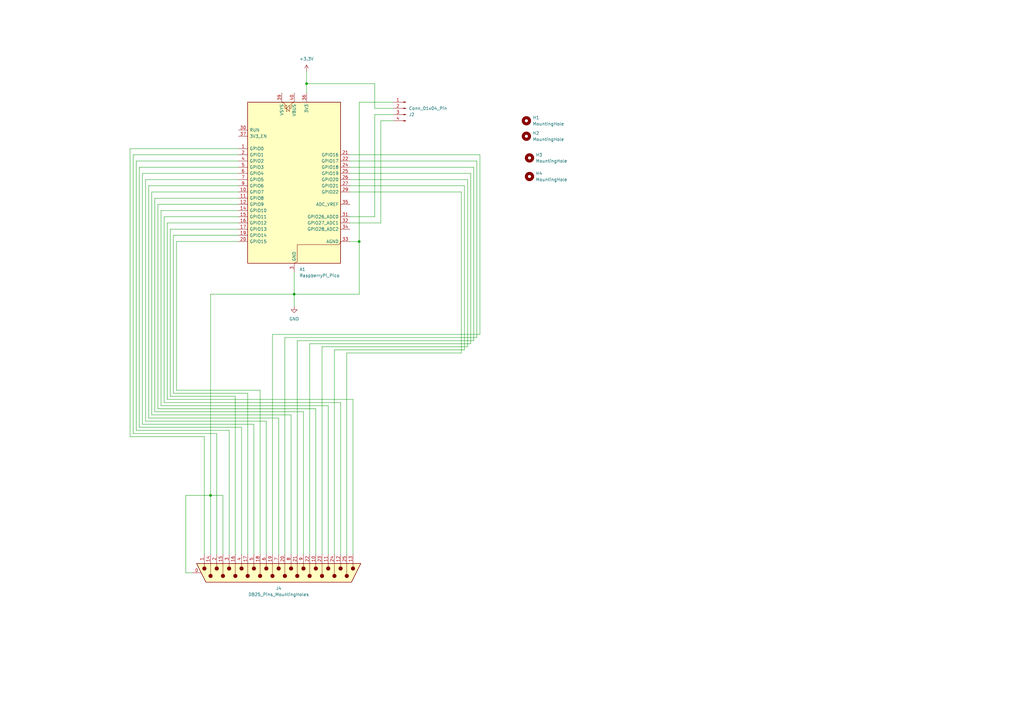
<source format=kicad_sch>
(kicad_sch (version 20250114) (generator "eeschema") (generator_version "9.0")
  (paper "A3")
  (lib_symbols
    (symbol "Connector:Conn_01x04_Pin" (pin_names (offset 1.016) (hide yes))
      (property "Reference" "J" (at 0 5.08 0))
      (property "Value" "Conn_01x04_Pin" (at 0 -7.62 0))
      (symbol "Conn_01x04_Pin_1_1"
        (rectangle (start 0.8636 2.667) (end 0 2.413) (stroke (width 0.1524)) (fill (type outline)))
        (rectangle (start 0.8636 0.127) (end 0 -0.127) (stroke (width 0.1524)) (fill (type outline)))
        (rectangle (start 0.8636 -2.413) (end 0 -2.667) (stroke (width 0.1524)) (fill (type outline)))
        (rectangle (start 0.8636 -4.953) (end 0 -5.207) (stroke (width 0.1524)) (fill (type outline)))
        (polyline (pts (xy 1.27 2.54) (xy 0.8636 2.54)) (stroke (width 0.1524)))
        (polyline (pts (xy 1.27 0) (xy 0.8636 0)) (stroke (width 0.1524)))
        (polyline (pts (xy 1.27 -2.54) (xy 0.8636 -2.54)) (stroke (width 0.1524)))
        (polyline (pts (xy 1.27 -5.08) (xy 0.8636 -5.08)) (stroke (width 0.1524)))
        (pin passive line (at 5.08 2.54 180) (length 3.81) (name "Pin_1") (number "1"))
        (pin passive line (at 5.08 0 180) (length 3.81) (name "Pin_2") (number "2"))
        (pin passive line (at 5.08 -2.54 180) (length 3.81) (name "Pin_3") (number "3"))
        (pin passive line (at 5.08 -5.08 180) (length 3.81) (name "Pin_4") (number "4"))
      )
    )
    (symbol "Connector:DB25_Pins_MountingHoles" (pin_names (offset 1.016) (hide yes))
      (property "Reference" "J" (at 0 36.83 0))
      (property "Value" "DB25_Pins_MountingHoles" (at 0 34.925 0))
      (symbol "DB25_Pins_MountingHoles_0_1"
        (polyline (pts (xy -3.81 30.48) (xy -2.54 30.48)))
        (polyline (pts (xy -3.81 27.94) (xy 0.508 27.94)))
        (polyline (pts (xy -3.81 25.4) (xy -2.54 25.4)))
        (polyline (pts (xy -3.81 22.86) (xy 0.508 22.86)))
        (polyline (pts (xy -3.81 20.32) (xy -2.54 20.32)))
        (polyline (pts (xy -3.81 17.78) (xy 0.508 17.78)))
        (polyline (pts (xy -3.81 15.24) (xy -2.54 15.24)))
        (polyline (pts (xy -3.81 12.7) (xy 0.508 12.7)))
        (polyline (pts (xy -3.81 10.16) (xy -2.54 10.16)))
        (polyline (pts (xy -3.81 7.62) (xy 0.508 7.62)))
        (polyline (pts (xy -3.81 5.08) (xy -2.54 5.08)))
        (polyline (pts (xy -3.81 2.54) (xy 0.508 2.54)))
        (polyline (pts (xy -3.81 0) (xy -2.54 0)))
        (polyline (pts (xy -3.81 -2.54) (xy 0.508 -2.54)))
        (polyline (pts (xy -3.81 -5.08) (xy -2.54 -5.08)))
        (polyline (pts (xy -3.81 -7.62) (xy 0.508 -7.62)))
        (polyline (pts (xy -3.81 -10.16) (xy -2.54 -10.16)))
        (polyline (pts (xy -3.81 -12.7) (xy 0.508 -12.7)))
        (polyline (pts (xy -3.81 -15.24) (xy -2.54 -15.24)))
        (polyline (pts (xy -3.81 -17.78) (xy 0.508 -17.78)))
        (polyline (pts (xy -3.81 -20.32) (xy -2.54 -20.32)))
        (polyline (pts (xy -3.81 -22.86) (xy 0.508 -22.86)))
        (polyline (pts (xy -3.81 -25.4) (xy -2.54 -25.4)))
        (polyline (pts (xy -3.81 -27.94) (xy 0.508 -27.94)))
        (polyline (pts (xy -3.81 -30.48) (xy -2.54 -30.48)))
        (polyline (pts (xy -3.81 -33.655) (xy 3.81 -29.845) (xy 3.81 29.845) (xy -3.81 33.655) (xy -3.81 -33.655)) (stroke (width 0.254)) (fill (type background)))
        (circle (center -1.778 30.48) (radius 0.762) (fill (type outline)))
        (circle (center -1.778 25.4) (radius 0.762) (fill (type outline)))
        (circle (center -1.778 20.32) (radius 0.762) (fill (type outline)))
        (circle (center -1.778 15.24) (radius 0.762) (fill (type outline)))
        (circle (center -1.778 10.16) (radius 0.762) (fill (type outline)))
        (circle (center -1.778 5.08) (radius 0.762) (fill (type outline)))
        (circle (center -1.778 0) (radius 0.762) (fill (type outline)))
        (circle (center -1.778 -5.08) (radius 0.762) (fill (type outline)))
        (circle (center -1.778 -10.16) (radius 0.762) (fill (type outline)))
        (circle (center -1.778 -15.24) (radius 0.762) (fill (type outline)))
        (circle (center -1.778 -20.32) (radius 0.762) (fill (type outline)))
        (circle (center -1.778 -25.4) (radius 0.762) (fill (type outline)))
        (circle (center -1.778 -30.48) (radius 0.762) (fill (type outline)))
        (circle (center 1.27 27.94) (radius 0.762) (fill (type outline)))
        (circle (center 1.27 22.86) (radius 0.762) (fill (type outline)))
        (circle (center 1.27 17.78) (radius 0.762) (fill (type outline)))
        (circle (center 1.27 12.7) (radius 0.762) (fill (type outline)))
        (circle (center 1.27 7.62) (radius 0.762) (fill (type outline)))
        (circle (center 1.27 2.54) (radius 0.762) (fill (type outline)))
        (circle (center 1.27 -2.54) (radius 0.762) (fill (type outline)))
        (circle (center 1.27 -7.62) (radius 0.762) (fill (type outline)))
        (circle (center 1.27 -12.7) (radius 0.762) (fill (type outline)))
        (circle (center 1.27 -17.78) (radius 0.762) (fill (type outline)))
        (circle (center 1.27 -22.86) (radius 0.762) (fill (type outline)))
        (circle (center 1.27 -27.94) (radius 0.762) (fill (type outline)))
      )
      (symbol "DB25_Pins_MountingHoles_1_1"
        (pin passive line (at -7.62 30.48 0) (length 3.81) (name "13") (number "13"))
        (pin passive line (at -7.62 27.94 0) (length 3.81) (name "P25") (number "25"))
        (pin passive line (at -7.62 25.4 0) (length 3.81) (name "12") (number "12"))
        (pin passive line (at -7.62 22.86 0) (length 3.81) (name "P24") (number "24"))
        (pin passive line (at -7.62 20.32 0) (length 3.81) (name "11") (number "11"))
        (pin passive line (at -7.62 17.78 0) (length 3.81) (name "P23") (number "23"))
        (pin passive line (at -7.62 15.24 0) (length 3.81) (name "10") (number "10"))
        (pin passive line (at -7.62 12.7 0) (length 3.81) (name "P22") (number "22"))
        (pin passive line (at -7.62 10.16 0) (length 3.81) (name "9") (number "9"))
        (pin passive line (at -7.62 7.62 0) (length 3.81) (name "P21") (number "21"))
        (pin passive line (at -7.62 5.08 0) (length 3.81) (name "8") (number "8"))
        (pin passive line (at -7.62 2.54 0) (length 3.81) (name "P20") (number "20"))
        (pin passive line (at -7.62 0 0) (length 3.81) (name "7") (number "7"))
        (pin passive line (at -7.62 -2.54 0) (length 3.81) (name "P19") (number "19"))
        (pin passive line (at -7.62 -5.08 0) (length 3.81) (name "6") (number "6"))
        (pin passive line (at -7.62 -7.62 0) (length 3.81) (name "P18") (number "18"))
        (pin passive line (at -7.62 -10.16 0) (length 3.81) (name "5") (number "5"))
        (pin passive line (at -7.62 -12.7 0) (length 3.81) (name "P17") (number "17"))
        (pin passive line (at -7.62 -15.24 0) (length 3.81) (name "4") (number "4"))
        (pin passive line (at -7.62 -17.78 0) (length 3.81) (name "P16") (number "16"))
        (pin passive line (at -7.62 -20.32 0) (length 3.81) (name "3") (number "3"))
        (pin passive line (at -7.62 -22.86 0) (length 3.81) (name "P15") (number "15"))
        (pin passive line (at -7.62 -25.4 0) (length 3.81) (name "2") (number "2"))
        (pin passive line (at -7.62 -27.94 0) (length 3.81) (name "P14") (number "14"))
        (pin passive line (at -7.62 -30.48 0) (length 3.81) (name "1") (number "1"))
        (pin passive line (at 0 -35.56 90) (length 3.81) (name "PAD") (number "0"))
      )
    )
    (symbol "MCU_Module:RaspberryPi_Pico" (pin_names (offset 0.762))
      (property "Reference" "A" (at -19.05 35.56 0))
      (property "Value" "RaspberryPi_Pico" (at 7.62 35.56 0))
      (symbol "RaspberryPi_Pico_0_1"
        (rectangle (start -19.05 34.29) (end 19.05 -31.75) (stroke (width 0.254)) (fill (type background)))
        (polyline (pts (xy -5.08 34.29) (xy -3.81 33.655) (xy -3.81 31.75) (xy -3.175 31.75)))
        (polyline (pts (xy -3.429 32.766) (xy -3.429 33.02) (xy -3.175 33.02) (xy -3.175 30.48) (xy -2.921 30.48) (xy -2.921 30.734)))
        (polyline (pts (xy -3.175 31.75) (xy -1.905 33.02) (xy -1.905 30.48) (xy -3.175 31.75)))
        (polyline (pts (xy 0 34.29) (xy -1.27 33.655) (xy -1.27 31.75) (xy -1.905 31.75)))
        (polyline (pts (xy 0 -31.75) (xy 1.27 -31.115) (xy 1.27 -24.13) (xy 18.415 -24.13) (xy 19.05 -22.86)))
      )
      (symbol "RaspberryPi_Pico_1_1"
        (pin passive line (at -22.86 22.86 0) (length 3.81) (name "RUN") (number "30"))
        (pin passive line (at -22.86 20.32 0) (length 3.81) (name "3V3_EN") (number "37"))
        (pin bidirectional line (at -22.86 15.24 0) (length 3.81) (name "GPIO0") (number "1"))
        (pin bidirectional line (at -22.86 12.7 0) (length 3.81) (name "GPIO1") (number "2"))
        (pin bidirectional line (at -22.86 10.16 0) (length 3.81) (name "GPIO2") (number "4"))
        (pin bidirectional line (at -22.86 7.62 0) (length 3.81) (name "GPIO3") (number "5"))
        (pin bidirectional line (at -22.86 5.08 0) (length 3.81) (name "GPIO4") (number "6"))
        (pin bidirectional line (at -22.86 2.54 0) (length 3.81) (name "GPIO5") (number "7"))
        (pin bidirectional line (at -22.86 0 0) (length 3.81) (name "GPIO6") (number "9"))
        (pin bidirectional line (at -22.86 -2.54 0) (length 3.81) (name "GPIO7") (number "10"))
        (pin bidirectional line (at -22.86 -5.08 0) (length 3.81) (name "GPIO8") (number "11"))
        (pin bidirectional line (at -22.86 -7.62 0) (length 3.81) (name "GPIO9") (number "12"))
        (pin bidirectional line (at -22.86 -10.16 0) (length 3.81) (name "GPIO10") (number "14"))
        (pin bidirectional line (at -22.86 -12.7 0) (length 3.81) (name "GPIO11") (number "15"))
        (pin bidirectional line (at -22.86 -15.24 0) (length 3.81) (name "GPIO12") (number "16"))
        (pin bidirectional line (at -22.86 -17.78 0) (length 3.81) (name "GPIO13") (number "17"))
        (pin bidirectional line (at -22.86 -20.32 0) (length 3.81) (name "GPIO14") (number "19"))
        (pin bidirectional line (at -22.86 -22.86 0) (length 3.81) (name "GPIO15") (number "20"))
        (pin power_in line (at -5.08 38.1 270) (length 3.81) (name "VSYS") (number "39"))
        (pin power_out line (at 0 38.1 270) (length 3.81) (name "VBUS") (number "40"))
        (pin passive line (at 0 -35.56 90) (length 3.81) (hide yes) (name "GND") (number "13"))
        (pin passive line (at 0 -35.56 90) (length 3.81) (hide yes) (name "GND") (number "18"))
        (pin passive line (at 0 -35.56 90) (length 3.81) (hide yes) (name "GND") (number "23"))
        (pin passive line (at 0 -35.56 90) (length 3.81) (hide yes) (name "GND") (number "28"))
        (pin power_out line (at 0 -35.56 90) (length 3.81) (name "GND") (number "3"))
        (pin passive line (at 0 -35.56 90) (length 3.81) (hide yes) (name "GND") (number "38"))
        (pin passive line (at 0 -35.56 90) (length 3.81) (hide yes) (name "GND") (number "8"))
        (pin power_out line (at 5.08 38.1 270) (length 3.81) (name "3V3") (number "36"))
        (pin bidirectional line (at 22.86 12.7 180) (length 3.81) (name "GPIO16") (number "21"))
        (pin bidirectional line (at 22.86 10.16 180) (length 3.81) (name "GPIO17") (number "22"))
        (pin bidirectional line (at 22.86 7.62 180) (length 3.81) (name "GPIO18") (number "24"))
        (pin bidirectional line (at 22.86 5.08 180) (length 3.81) (name "GPIO19") (number "25"))
        (pin bidirectional line (at 22.86 2.54 180) (length 3.81) (name "GPIO20") (number "26"))
        (pin bidirectional line (at 22.86 0 180) (length 3.81) (name "GPIO21") (number "27"))
        (pin bidirectional line (at 22.86 -2.54 180) (length 3.81) (name "GPIO22") (number "29"))
        (pin power_in line (at 22.86 -7.62 180) (length 3.81) (name "ADC_VREF") (number "35"))
        (pin bidirectional line (at 22.86 -12.7 180) (length 3.81) (name "GPIO26_ADC0") (number "31"))
        (pin bidirectional line (at 22.86 -15.24 180) (length 3.81) (name "GPIO27_ADC1") (number "32"))
        (pin bidirectional line (at 22.86 -17.78 180) (length 3.81) (name "GPIO28_ADC2") (number "34"))
        (pin power_out line (at 22.86 -22.86 180) (length 3.81) (name "AGND") (number "33"))
      )
    )
    (symbol "Mechanical:MountingHole" (pin_names (offset 1.016)) (in_bom no)
      (property "Reference" "H" (at 0 5.08 0))
      (property "Value" "MountingHole" (at 0 3.175 0))
      (symbol "MountingHole_0_1"
        (circle (center 0 0) (radius 1.27) (stroke (width 1.27)))
      )
    )
    (symbol "power:+3.3V" (power) (pin_numbers (hide yes)) (pin_names (offset 0) (hide yes))
      (property "Value" "+3.3V" (at 0 3.556 0))
      (symbol "+3.3V_0_1"
        (polyline (pts (xy -0.762 1.27) (xy 0 2.54)))
        (polyline (pts (xy 0 2.54) (xy 0.762 1.27)))
        (polyline (pts (xy 0 0) (xy 0 2.54)))
      )
      (symbol "+3.3V_1_1"
        (pin power_in line (at 0 0 90) (length 0) (name "~") (number "1"))
      )
    )
    (symbol "power:GND" (power) (pin_numbers (hide yes)) (pin_names (offset 0) (hide yes))
      (property "Value" "GND" (at 0 -3.81 0))
      (symbol "GND_0_1"
        (polyline (pts (xy 0 0) (xy 0 -1.27) (xy 1.27 -1.27) (xy 0 -2.54) (xy -1.27 -1.27) (xy 0 -1.27)))
      )
      (symbol "GND_1_1"
        (pin power_in line (at 0 0 270) (length 0) (name "~") (number "1"))
      )
    )
  )
  (junction (at 120.65 120.65))
  (junction (at 147.32 99.06))
  (junction (at 125.73 34.29))
  (junction (at 86.36 203.2))
  (wire (pts (xy 86.36 120.65) (xy 120.65 120.65)))
  (wire (pts (xy 55.88 66.04) (xy 97.79 66.04)))
  (wire (pts (xy 91.44 227.33) (xy 91.44 203.2)))
  (wire (pts (xy 68.58 163.83) (xy 144.78 163.83)))
  (wire (pts (xy 125.73 34.29) (xy 153.67 34.29)))
  (wire (pts (xy 71.12 161.29) (xy 101.6 161.29)))
  (wire (pts (xy 59.69 172.72) (xy 109.22 172.72)))
  (wire (pts (xy 99.06 175.26) (xy 57.15 175.26)))
  (wire (pts (xy 109.22 172.72) (xy 109.22 227.33)))
  (wire (pts (xy 88.9 177.8) (xy 54.61 177.8)))
  (wire (pts (xy 101.6 161.29) (xy 101.6 227.33)))
  (wire (pts (xy 66.04 86.36) (xy 97.79 86.36)))
  (wire (pts (xy 76.2 234.95) (xy 76.2 203.2)))
  (wire (pts (xy 143.51 71.12) (xy 193.04 71.12)))
  (wire (pts (xy 58.42 71.12) (xy 58.42 173.99)))
  (wire (pts (xy 78.74 234.95) (xy 76.2 234.95)))
  (wire (pts (xy 57.15 175.26) (xy 57.15 68.58)))
  (wire (pts (xy 97.79 78.74) (xy 62.23 78.74)))
  (wire (pts (xy 196.85 63.5) (xy 196.85 137.16)))
  (wire (pts (xy 190.5 143.51) (xy 137.16 143.51)))
  (wire (pts (xy 67.31 88.9) (xy 97.79 88.9)))
  (wire (pts (xy 97.79 91.44) (xy 68.58 91.44)))
  (wire (pts (xy 93.98 176.53) (xy 55.88 176.53)))
  (wire (pts (xy 143.51 91.44) (xy 156.21 91.44)))
  (wire (pts (xy 62.23 170.18) (xy 119.38 170.18)))
  (wire (pts (xy 147.32 120.65) (xy 120.65 120.65)))
  (wire (pts (xy 99.06 227.33) (xy 99.06 175.26)))
  (wire (pts (xy 55.88 176.53) (xy 55.88 66.04)))
  (wire (pts (xy 125.73 34.29) (xy 125.73 38.1)))
  (wire (pts (xy 97.79 60.96) (xy 53.34 60.96)))
  (wire (pts (xy 189.23 78.74) (xy 189.23 144.78)))
  (wire (pts (xy 63.5 168.91) (xy 63.5 81.28)))
  (wire (pts (xy 66.04 166.37) (xy 66.04 86.36)))
  (wire (pts (xy 76.2 203.2) (xy 86.36 203.2)))
  (wire (pts (xy 195.58 66.04) (xy 195.58 138.43)))
  (wire (pts (xy 139.7 165.1) (xy 67.31 165.1)))
  (wire (pts (xy 143.51 66.04) (xy 195.58 66.04)))
  (wire (pts (xy 58.42 173.99) (xy 104.14 173.99)))
  (wire (pts (xy 63.5 81.28) (xy 97.79 81.28)))
  (wire (pts (xy 83.82 179.07) (xy 83.82 227.33)))
  (wire (pts (xy 139.7 227.33) (xy 139.7 165.1)))
  (wire (pts (xy 114.3 227.33) (xy 114.3 171.45)))
  (wire (pts (xy 121.92 139.7) (xy 121.92 227.33)))
  (wire (pts (xy 143.51 88.9) (xy 153.67 88.9)))
  (wire (pts (xy 143.51 78.74) (xy 189.23 78.74)))
  (wire (pts (xy 143.51 76.2) (xy 190.5 76.2)))
  (wire (pts (xy 104.14 173.99) (xy 104.14 227.33)))
  (wire (pts (xy 143.51 99.06) (xy 147.32 99.06)))
  (wire (pts (xy 143.51 73.66) (xy 191.77 73.66)))
  (wire (pts (xy 60.96 76.2) (xy 97.79 76.2)))
  (wire (pts (xy 120.65 120.65) (xy 120.65 125.73)))
  (wire (pts (xy 68.58 91.44) (xy 68.58 163.83)))
  (wire (pts (xy 96.52 227.33) (xy 96.52 162.56)))
  (wire (pts (xy 114.3 171.45) (xy 60.96 171.45)))
  (wire (pts (xy 194.31 68.58) (xy 194.31 139.7)))
  (wire (pts (xy 59.69 73.66) (xy 59.69 172.72)))
  (wire (pts (xy 190.5 76.2) (xy 190.5 143.51)))
  (wire (pts (xy 161.29 44.45) (xy 153.67 44.45)))
  (wire (pts (xy 57.15 68.58) (xy 97.79 68.58)))
  (wire (pts (xy 111.76 137.16) (xy 111.76 227.33)))
  (wire (pts (xy 119.38 170.18) (xy 119.38 227.33)))
  (wire (pts (xy 127 140.97) (xy 127 227.33)))
  (wire (pts (xy 156.21 49.53) (xy 161.29 49.53)))
  (wire (pts (xy 153.67 46.99) (xy 161.29 46.99)))
  (wire (pts (xy 147.32 99.06) (xy 147.32 120.65)))
  (wire (pts (xy 156.21 91.44) (xy 156.21 49.53)))
  (wire (pts (xy 53.34 60.96) (xy 53.34 179.07)))
  (wire (pts (xy 116.84 138.43) (xy 116.84 227.33)))
  (wire (pts (xy 106.68 227.33) (xy 106.68 160.02)))
  (wire (pts (xy 54.61 63.5) (xy 97.79 63.5)))
  (wire (pts (xy 134.62 227.33) (xy 134.62 166.37)))
  (wire (pts (xy 193.04 71.12) (xy 193.04 140.97)))
  (wire (pts (xy 129.54 167.64) (xy 129.54 227.33)))
  (wire (pts (xy 97.79 73.66) (xy 59.69 73.66)))
  (wire (pts (xy 62.23 78.74) (xy 62.23 170.18)))
  (wire (pts (xy 125.73 29.21) (xy 125.73 34.29)))
  (wire (pts (xy 124.46 227.33) (xy 124.46 168.91)))
  (wire (pts (xy 97.79 96.52) (xy 71.12 96.52)))
  (wire (pts (xy 69.85 93.98) (xy 97.79 93.98)))
  (wire (pts (xy 147.32 41.91) (xy 147.32 99.06)))
  (wire (pts (xy 143.51 68.58) (xy 194.31 68.58)))
  (wire (pts (xy 86.36 227.33) (xy 86.36 203.2)))
  (wire (pts (xy 195.58 138.43) (xy 116.84 138.43)))
  (wire (pts (xy 97.79 71.12) (xy 58.42 71.12)))
  (wire (pts (xy 69.85 162.56) (xy 69.85 93.98)))
  (wire (pts (xy 54.61 177.8) (xy 54.61 63.5)))
  (wire (pts (xy 191.77 142.24) (xy 132.08 142.24)))
  (wire (pts (xy 153.67 44.45) (xy 153.67 34.29)))
  (wire (pts (xy 72.39 99.06) (xy 97.79 99.06)))
  (wire (pts (xy 191.77 73.66) (xy 191.77 142.24)))
  (wire (pts (xy 137.16 143.51) (xy 137.16 227.33)))
  (wire (pts (xy 71.12 96.52) (xy 71.12 161.29)))
  (wire (pts (xy 120.65 111.76) (xy 120.65 120.65)))
  (wire (pts (xy 194.31 139.7) (xy 121.92 139.7)))
  (wire (pts (xy 142.24 144.78) (xy 142.24 227.33)))
  (wire (pts (xy 91.44 203.2) (xy 86.36 203.2)))
  (wire (pts (xy 53.34 179.07) (xy 83.82 179.07)))
  (wire (pts (xy 64.77 83.82) (xy 64.77 167.64)))
  (wire (pts (xy 124.46 168.91) (xy 63.5 168.91)))
  (wire (pts (xy 106.68 160.02) (xy 72.39 160.02)))
  (wire (pts (xy 97.79 83.82) (xy 64.77 83.82)))
  (wire (pts (xy 153.67 46.99) (xy 153.67 88.9)))
  (wire (pts (xy 134.62 166.37) (xy 66.04 166.37)))
  (wire (pts (xy 96.52 162.56) (xy 69.85 162.56)))
  (wire (pts (xy 93.98 227.33) (xy 93.98 176.53)))
  (wire (pts (xy 132.08 142.24) (xy 132.08 227.33)))
  (wire (pts (xy 88.9 227.33) (xy 88.9 177.8)))
  (wire (pts (xy 64.77 167.64) (xy 129.54 167.64)))
  (wire (pts (xy 147.32 41.91) (xy 161.29 41.91)))
  (wire (pts (xy 193.04 140.97) (xy 127 140.97)))
  (wire (pts (xy 196.85 137.16) (xy 111.76 137.16)))
  (wire (pts (xy 72.39 160.02) (xy 72.39 99.06)))
  (wire (pts (xy 60.96 171.45) (xy 60.96 76.2)))
  (wire (pts (xy 144.78 163.83) (xy 144.78 227.33)))
  (wire (pts (xy 67.31 165.1) (xy 67.31 88.9)))
  (wire (pts (xy 143.51 63.5) (xy 196.85 63.5)))
  (wire (pts (xy 189.23 144.78) (xy 142.24 144.78)))
  (wire (pts (xy 86.36 120.65) (xy 86.36 203.2)))
  (symbol (lib_id "Mechanical:MountingHole") (at 215.9 55.88 0) (unit 1) (in_bom no)
    (property "Reference" "H2" (at 218.44 54.6099 0) (effects (justify left)))
    (property "Value" "MountingHole" (at 218.44 57.1499 0) (effects (justify left)))
    (property "Footprint" "MountingHole:MountingHole_3.2mm_M3" (effects (hide yes)))
    (property "Description" "Mounting Hole without connection" (effects (hide yes)))
  )
  (symbol (lib_id "power:+3.3V") (at 125.73 29.21 0) (unit 1)
    (property "Reference" "#PWR01" (effects (hide yes)))
    (property "Value" "+3.3V" (at 125.73 24.13 0))
    (property "Description" "Power symbol creates a global label with name \"+3.3V\"" (effects (hide yes)))
  )
  (symbol (lib_id "Mechanical:MountingHole") (at 217.17 64.77 0) (unit 1) (in_bom no)
    (property "Reference" "H3" (at 219.71 63.4999 0) (effects (justify left)))
    (property "Value" "MountingHole" (at 219.71 66.0399 0) (effects (justify left)))
    (property "Footprint" "MountingHole:MountingHole_3.2mm_M3" (effects (hide yes)))
    (property "Description" "Mounting Hole without connection" (effects (hide yes)))
  )
  (symbol (lib_id "Mechanical:MountingHole") (at 215.9 49.53 0) (unit 1) (in_bom no)
    (property "Reference" "H1" (at 218.44 48.2599 0) (effects (justify left)))
    (property "Value" "MountingHole" (at 218.44 50.7999 0) (effects (justify left)))
    (property "Footprint" "MountingHole:MountingHole_3.2mm_M3" (effects (hide yes)))
    (property "Description" "Mounting Hole without connection" (effects (hide yes)))
  )
  (symbol (lib_id "power:GND") (at 120.65 125.73 0) (unit 1)
    (property "Reference" "#PWR02" (effects (hide yes)))
    (property "Value" "GND" (at 120.65 130.81 0))
    (property "Description" "Power symbol creates a global label with name \"GND\" , ground" (effects (hide yes)))
  )
  (symbol (lib_id "Connector:DB25_Pins_MountingHoles") (at 114.3 234.95 270) (unit 1)
    (property "Reference" "J4" (at 114.3 241.3 90))
    (property "Value" "DB25_Pins_MountingHoles" (at 114.3 243.84 90))
    (property "Footprint" "connectors:DSUB-25_Male_Horizontal_P2.77x2.84mm_EdgePinOffset7.70mm_Housed_MountingHolesOffset9.12mm" (effects (hide yes)))
    (property "Description" "25-pin D-SUB connector, pins (male), Mounting Hole" (effects (hide yes)))
  )
  (symbol (lib_id "Connector:Conn_01x04_Pin") (at 166.37 44.45 0) (mirror y) (unit 1)
    (property "Reference" "J2" (at 167.64 46.9901 0) (effects (justify right)))
    (property "Value" "Conn_01x04_Pin" (at 167.64 44.4501 0) (effects (justify right)))
    (property "Footprint" "Connector_JST:JST_PH_B4B-PH-K_1x04_P2.00mm_Vertical" (effects (hide yes)))
    (property "Description" "Generic connector, single row, 01x04, script generated" (effects (hide yes)))
  )
  (symbol (lib_id "Mechanical:MountingHole") (at 217.17 72.39 0) (unit 1) (in_bom no)
    (property "Reference" "H4" (at 219.71 71.1199 0) (effects (justify left)))
    (property "Value" "MountingHole" (at 219.71 73.6599 0) (effects (justify left)))
    (property "Footprint" "MountingHole:MountingHole_3.2mm_M3" (effects (hide yes)))
    (property "Description" "Mounting Hole without connection" (effects (hide yes)))
  )
  (symbol (lib_id "MCU_Module:RaspberryPi_Pico") (at 120.65 76.2 0) (unit 1)
    (property "Reference" "A1" (at 122.7933 110.49 0) (effects (justify left)))
    (property "Value" "RaspberryPi_Pico" (at 122.7933 113.03 0) (effects (justify left)))
    (property "Footprint" "Module:RaspberryPi_Pico_Common_Unspecified" (effects (hide yes)))
    (property "Datasheet" "https://datasheets.raspberrypi.com/pico/pico-datasheet.pdf" (effects (hide yes)))
    (property "Description" "Versatile and inexpensive microcontroller module powered by RP2040 dual-core Arm Cortex-M0+ processor up to 133 MHz, 264kB SRAM, 2MB QSPI flash; also supports Raspberry Pi Pico 2" (effects (hide yes)))
  )
)
</source>
